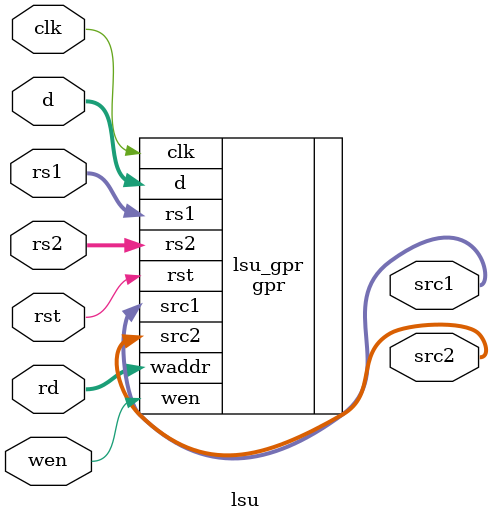
<source format=v>
module lsu (
    input clk,
    input rst,
    input [31:0] d,
    input [4:0] rs1,
    input [4:0] rs2,
    output [31:0] src1,
    output [31:0] src2,
    input [4:0] rd,
    input wen
);

    gpr lsu_gpr (
        .clk(clk),
        .rst(rst),
        .d(d),
        .rs1(rs1),
        .rs2(rs2),
        .src1(src1),
        .src2(src2),
        .waddr(rd),
        .wen(wen)
    );

endmodule
</source>
